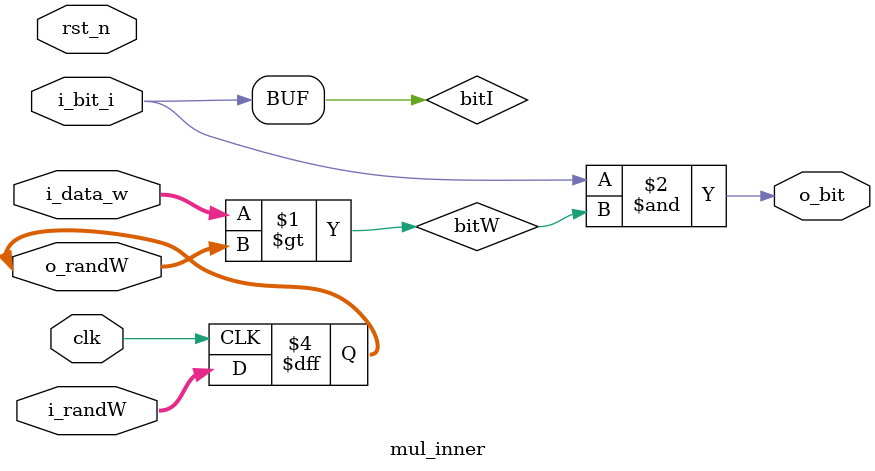
<source format=sv>
`include "sobol16.sv"

module mul_inner #(
    parameter WIDTH=16
) (
    input logic clk,
    input logic rst_n,
    input logic i_bit_i,
    input logic [WIDTH-2 : 0] i_data_w,
    input logic [WIDTH-2 : 0] i_randW,
    input logic [WIDTH-2 : 0] o_randW,
    output logic o_bit
);

    logic bitI;
    logic bitW;
    
    assign bitI = i_bit_i;

    assign bitW = i_data_w > o_randW;

    assign o_bit = bitI & bitW;

    always_ff @(posedge clk) begin : buf_randW
        o_randW <= i_randW;
    end

endmodule
</source>
